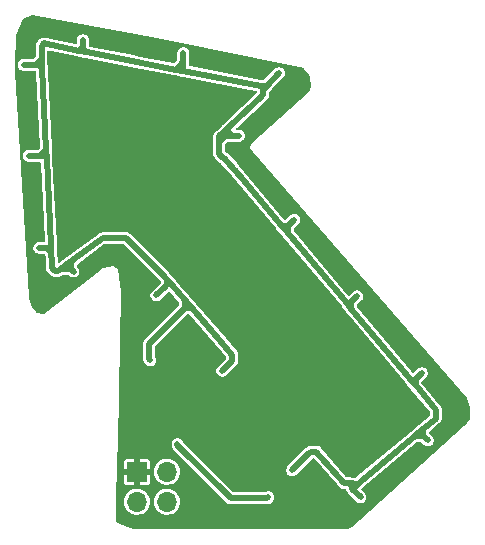
<source format=gbr>
%TF.GenerationSoftware,KiCad,Pcbnew,8.0.5*%
%TF.CreationDate,2024-10-10T15:52:27-04:00*%
%TF.ProjectId,MovieMarqueeSAO,4d6f7669-654d-4617-9271-75656553414f,rev?*%
%TF.SameCoordinates,Original*%
%TF.FileFunction,Copper,L2,Bot*%
%TF.FilePolarity,Positive*%
%FSLAX46Y46*%
G04 Gerber Fmt 4.6, Leading zero omitted, Abs format (unit mm)*
G04 Created by KiCad (PCBNEW 8.0.5) date 2024-10-10 15:52:27*
%MOMM*%
%LPD*%
G01*
G04 APERTURE LIST*
%TA.AperFunction,ComponentPad*%
%ADD10O,1.700000X1.700000*%
%TD*%
%TA.AperFunction,ComponentPad*%
%ADD11R,1.700000X1.700000*%
%TD*%
%TA.AperFunction,ViaPad*%
%ADD12C,0.350000*%
%TD*%
%TA.AperFunction,Conductor*%
%ADD13C,0.500000*%
%TD*%
G04 APERTURE END LIST*
D10*
%TO.P,J1,4,Pin_4*%
%TO.N,unconnected-(J1-Pin_4-Pad4)*%
X139800000Y-116700000D03*
%TO.P,J1,3,Pin_3*%
%TO.N,GND*%
X137260000Y-116700000D03*
%TO.P,J1,2,Pin_2*%
%TO.N,unconnected-(J1-Pin_2-Pad2)*%
X139800000Y-114160000D03*
D11*
%TO.P,J1,1,Pin_1*%
%TO.N,+3.3V*%
X137260000Y-114160000D03*
%TD*%
D12*
%TO.N,LEDp_out*%
X138400000Y-104700000D03*
%TO.N,Net-(Q1-B)*%
X140700000Y-111800000D03*
X148400000Y-116300000D03*
%TO.N,+3.3V*%
X148000000Y-115600000D03*
X141800000Y-106700000D03*
X136300000Y-108100000D03*
%TO.N,LEDp_out*%
X149300000Y-80400000D03*
X161400000Y-105800000D03*
X161900000Y-111500000D03*
X156200000Y-116300000D03*
X150400000Y-114000000D03*
X144500000Y-105600000D03*
X138900000Y-99200000D03*
X131900000Y-97200000D03*
X129000000Y-95200000D03*
X128100000Y-87400000D03*
X127700000Y-79700000D03*
X132700000Y-77600000D03*
X141200000Y-78700000D03*
X145900000Y-85700000D03*
X150600000Y-92800000D03*
X155900000Y-99300000D03*
%TO.N,+3.3V*%
X141700000Y-102400000D03*
X147400000Y-109000000D03*
X153100000Y-115600000D03*
X159100000Y-114600000D03*
X164700000Y-109100000D03*
X159200000Y-102200000D03*
X153700000Y-95700000D03*
X148000000Y-89300000D03*
X149200000Y-83300000D03*
X145700000Y-79700000D03*
X137000000Y-77900000D03*
X128400000Y-75900000D03*
X127900000Y-83400000D03*
X128300000Y-91200000D03*
X128700000Y-99400000D03*
X135900000Y-95600000D03*
%TD*%
D13*
%TO.N,LEDp_out*%
X129628521Y-95200000D02*
X129000000Y-95200000D01*
X132700000Y-78202508D02*
X132700000Y-77600000D01*
X161000000Y-106200000D02*
X161400000Y-105800000D01*
X150200000Y-93200000D02*
X150600000Y-92800000D01*
X155414779Y-99885221D02*
X155414779Y-99785221D01*
X155414779Y-99785221D02*
X155900000Y-99300000D01*
X161088850Y-110888850D02*
X160816978Y-111116978D01*
X160816978Y-111116978D02*
X156007148Y-115152903D01*
X161500000Y-111100000D02*
X160833956Y-111100000D01*
X160833956Y-111100000D02*
X160816978Y-111116978D01*
X161500000Y-111100000D02*
X161500000Y-110547690D01*
X161500000Y-110547690D02*
X161523845Y-110523845D01*
X161900000Y-111500000D02*
X161500000Y-111100000D01*
X161500000Y-111100000D02*
X161300000Y-111100000D01*
X155500000Y-115600000D02*
X156200000Y-116300000D01*
X141100000Y-100500000D02*
X141302445Y-100297555D01*
X138300000Y-103300000D02*
X141100000Y-100500000D01*
X144446116Y-103213935D02*
X141906993Y-100293007D01*
X141906993Y-100293007D02*
X141302445Y-99597555D01*
X141100000Y-100500000D02*
X141306993Y-100293007D01*
X141306993Y-100293007D02*
X141906993Y-100293007D01*
X141302445Y-99597555D02*
X140232861Y-98367139D01*
X138400000Y-104700000D02*
X138300000Y-104600000D01*
X138300000Y-104600000D02*
X138300000Y-103300000D01*
X141302445Y-100297555D02*
X141302445Y-99597555D01*
X134369929Y-94390122D02*
X131949016Y-96149016D01*
X131949016Y-96149016D02*
X131369824Y-96569824D01*
X131669824Y-96969824D02*
X131669824Y-96428208D01*
X131669824Y-96428208D02*
X131949016Y-96149016D01*
X131369824Y-96969824D02*
X131669824Y-96969824D01*
X131669824Y-96969824D02*
X131900000Y-97200000D01*
X148243453Y-81526476D02*
X148243453Y-81456547D01*
X148243453Y-81456547D02*
X149300000Y-80400000D01*
%TO.N,Net-(Q1-B)*%
X140700000Y-111900000D02*
X145200000Y-116400000D01*
X140700000Y-111800000D02*
X140700000Y-111900000D01*
X145200000Y-116400000D02*
X148300000Y-116400000D01*
X148300000Y-116400000D02*
X148400000Y-116300000D01*
%TO.N,LEDp_out*%
X150400000Y-114000000D02*
X151750000Y-112650000D01*
X151750000Y-112650000D02*
X151963324Y-112436676D01*
X154769929Y-115090122D02*
X152463324Y-112436676D01*
X151963324Y-112436676D02*
X152463324Y-112436676D01*
X149767839Y-93632161D02*
X150041592Y-93958408D01*
X150041592Y-93958408D02*
X155014779Y-99885221D01*
X150200000Y-93200000D02*
X150041592Y-93358408D01*
X150041592Y-93358408D02*
X150041592Y-93958408D01*
X150200000Y-93200000D02*
X149767839Y-93632161D01*
X145571386Y-88631024D02*
X149448460Y-93251540D01*
X149448460Y-93251540D02*
X149767839Y-93632161D01*
X150200000Y-93200000D02*
X150050000Y-93350000D01*
X150050000Y-93350000D02*
X149546920Y-93350000D01*
X149546920Y-93350000D02*
X149448460Y-93251540D01*
X145300000Y-85700000D02*
X145000000Y-85700000D01*
X145300000Y-85700000D02*
X145000000Y-85400000D01*
X145900000Y-85700000D02*
X145300000Y-85700000D01*
X144813151Y-85213151D02*
X145175373Y-84875373D01*
X145175373Y-84875373D02*
X147891114Y-82342904D01*
X145000000Y-85400000D02*
X145000000Y-85050746D01*
X145000000Y-85050746D02*
X145175373Y-84875373D01*
X144700000Y-85700000D02*
X144287342Y-85700000D01*
X145000000Y-85700000D02*
X144700000Y-85700000D01*
X144235836Y-87256029D02*
X144235836Y-86200000D01*
X144235836Y-86200000D02*
X144235836Y-85751506D01*
X144700000Y-85700000D02*
X144700000Y-85735836D01*
X144700000Y-85735836D02*
X144235836Y-86200000D01*
X144235836Y-85751506D02*
X144813151Y-85213151D01*
X145000000Y-85700000D02*
X145000000Y-85400000D01*
X145000000Y-85400000D02*
X144813151Y-85213151D01*
X144287342Y-85700000D02*
X144235836Y-85751506D01*
X148243453Y-81526476D02*
X147806283Y-81526476D01*
X147806283Y-81526476D02*
X147769929Y-81490122D01*
X148243453Y-81526476D02*
X147969929Y-81800000D01*
X147969929Y-81800000D02*
X147969929Y-82253767D01*
X147769929Y-81490122D02*
X141200000Y-80213056D01*
X141200000Y-80213056D02*
X140600000Y-80096428D01*
X141200000Y-78700000D02*
X141200000Y-80213056D01*
X140600000Y-80096428D02*
X136873868Y-79372141D01*
X141200000Y-78700000D02*
X141200000Y-79496428D01*
X141200000Y-79496428D02*
X140600000Y-80096428D01*
X136873868Y-79372141D02*
X133000000Y-78619136D01*
X133000000Y-78619136D02*
X132400000Y-78502508D01*
X132700000Y-78319136D02*
X133000000Y-78619136D01*
X132400000Y-78502508D02*
X130114425Y-78058236D01*
X132700000Y-78202508D02*
X132400000Y-78502508D01*
X129572573Y-86900000D02*
X129210960Y-80000000D01*
X129210960Y-80000000D02*
X129189606Y-79592547D01*
X128689606Y-79700000D02*
X128744803Y-79644803D01*
X128744803Y-79644803D02*
X128855763Y-79644803D01*
X128855763Y-79644803D02*
X129210960Y-80000000D01*
X129189606Y-79592547D02*
X129189606Y-79200000D01*
X129189606Y-79200000D02*
X129189606Y-78070445D01*
X127700000Y-79700000D02*
X128689606Y-79700000D01*
X128689606Y-79700000D02*
X129189606Y-79200000D01*
X129997076Y-95000000D02*
X129609258Y-87600000D01*
X129609258Y-87600000D02*
X129572573Y-86900000D01*
X129072573Y-87400000D02*
X129409258Y-87400000D01*
X129409258Y-87400000D02*
X129609258Y-87600000D01*
X128100000Y-87400000D02*
X129072573Y-87400000D01*
X129072573Y-87400000D02*
X129572573Y-86900000D01*
X130069929Y-96390122D02*
X130028521Y-95600000D01*
X130028521Y-95600000D02*
X129997076Y-95000000D01*
X129628521Y-95200000D02*
X130028521Y-95600000D01*
X129797076Y-95200000D02*
X129997076Y-95000000D01*
X131369824Y-96569824D02*
X130906470Y-96906470D01*
X130906470Y-96906470D02*
X130594323Y-97133259D01*
X131369824Y-96969824D02*
X130969824Y-96969824D01*
X130969824Y-96969824D02*
X130906470Y-96906470D01*
X131369824Y-96969824D02*
X131369824Y-96569824D01*
X138900000Y-99200000D02*
X139600000Y-98500000D01*
X140232861Y-98367139D02*
X139814328Y-97885672D01*
X139600000Y-98500000D02*
X139814328Y-98285672D01*
X139814328Y-98285672D02*
X140151394Y-98285672D01*
X140151394Y-98285672D02*
X140232861Y-98367139D01*
X139814328Y-97885672D02*
X139553884Y-97586065D01*
X139814328Y-98285672D02*
X139814328Y-97885672D01*
X144500000Y-105600000D02*
X145100000Y-105000000D01*
X145348263Y-104251737D02*
X144818145Y-103641906D01*
X145100000Y-105000000D02*
X145348263Y-104751737D01*
X145348263Y-104751737D02*
X145348263Y-104251737D01*
X155500000Y-115600000D02*
X155560051Y-115600000D01*
X155560051Y-115600000D02*
X156007148Y-115152903D01*
X155500000Y-115600000D02*
X155500000Y-115141174D01*
X155500000Y-115141174D02*
X155200000Y-115120196D01*
X155200000Y-115120196D02*
X154769929Y-115090122D01*
X155500000Y-115600000D02*
X155500000Y-115420196D01*
X155500000Y-115420196D02*
X155200000Y-115120196D01*
X155667736Y-115152903D02*
X155500000Y-115141174D01*
X161300000Y-111100000D02*
X161088850Y-110888850D01*
X161523845Y-110523845D02*
X161088850Y-110888850D01*
X162575265Y-109641600D02*
X161523845Y-110523845D01*
X161000000Y-106200000D02*
X160789847Y-106410153D01*
X160489847Y-106410153D02*
X160854851Y-106845149D01*
X160854851Y-106845149D02*
X162575265Y-108895458D01*
X161000000Y-106200000D02*
X160854851Y-106345149D01*
X160854851Y-106345149D02*
X160854851Y-106845149D01*
X155425409Y-100374591D02*
X160489847Y-106410153D01*
X160789847Y-106410153D02*
X160489847Y-106410153D01*
X155014779Y-99885221D02*
X155425409Y-100374591D01*
X155414779Y-99885221D02*
X155414779Y-100363961D01*
X155414779Y-100363961D02*
X155425409Y-100374591D01*
X155414779Y-99885221D02*
X155014779Y-99885221D01*
X144818145Y-103641906D02*
X144446116Y-103213935D01*
X139169929Y-97190122D02*
X138869929Y-96890122D01*
X138869929Y-96890122D02*
X136369929Y-94390122D01*
X139553884Y-97574077D02*
X139169929Y-97190122D01*
X129189606Y-78070445D02*
X129369929Y-77890122D01*
X129369929Y-77890122D02*
X129602482Y-77939552D01*
X130069929Y-96890122D02*
X130069929Y-96390122D01*
X130313066Y-97133259D02*
X130069929Y-96890122D01*
X130594323Y-97133259D02*
X130313066Y-97133259D01*
X136369929Y-94390122D02*
X134369929Y-94390122D01*
X156007148Y-115152903D02*
X155667736Y-115152903D01*
X162575265Y-108895458D02*
X162575265Y-109641600D01*
X129587032Y-77935132D02*
X130152825Y-78045111D01*
X144557199Y-87577392D02*
X144235836Y-87256029D01*
X145889495Y-89002852D02*
X144650362Y-87577392D01*
X147769929Y-81490122D02*
X147810893Y-81531086D01*
%TD*%
%TA.AperFunction,Conductor*%
%TO.N,+3.3V*%
G36*
X138998918Y-77399806D02*
G01*
X139001068Y-77400224D01*
X151369841Y-79993676D01*
X151415746Y-80022185D01*
X151417899Y-80025059D01*
X151826377Y-80596928D01*
X151888375Y-80683725D01*
X151902480Y-80719844D01*
X151998169Y-81485358D01*
X151996420Y-81514317D01*
X151905853Y-81876585D01*
X151882060Y-81916145D01*
X146900001Y-86399998D01*
X146900000Y-86399999D01*
X146800000Y-86700000D01*
X147100006Y-87100008D01*
X147100006Y-87100009D01*
X165190633Y-107889236D01*
X165205008Y-107913356D01*
X165487667Y-108667113D01*
X165494970Y-108686586D01*
X165500000Y-108714325D01*
X165500000Y-109671398D01*
X165481689Y-109721973D01*
X165003702Y-110295556D01*
X164995690Y-110303855D01*
X156170123Y-118200414D01*
X156169088Y-118201324D01*
X156096445Y-118264074D01*
X156095801Y-118264624D01*
X155838539Y-118482079D01*
X155837505Y-118482938D01*
X155618802Y-118661510D01*
X155617169Y-118662808D01*
X155435858Y-118803037D01*
X155433277Y-118804951D01*
X155303189Y-118897359D01*
X155292769Y-118903614D01*
X155116680Y-118991660D01*
X155081350Y-119000000D01*
X137012820Y-119000000D01*
X136987838Y-118995946D01*
X136401389Y-118800463D01*
X136398632Y-118799487D01*
X135629047Y-118510892D01*
X135587990Y-118475756D01*
X135586126Y-118472252D01*
X135508725Y-118317450D01*
X135500402Y-118280491D01*
X135500729Y-118264624D01*
X135532989Y-116700000D01*
X136154785Y-116700000D01*
X136173602Y-116903081D01*
X136173604Y-116903089D01*
X136229417Y-117099249D01*
X136320324Y-117281816D01*
X136320327Y-117281821D01*
X136443233Y-117444576D01*
X136443235Y-117444578D01*
X136443236Y-117444579D01*
X136593959Y-117581981D01*
X136729647Y-117665995D01*
X136767361Y-117689347D01*
X136767365Y-117689349D01*
X136957541Y-117763023D01*
X136957544Y-117763024D01*
X137158024Y-117800500D01*
X137361975Y-117800500D01*
X137361976Y-117800500D01*
X137562456Y-117763024D01*
X137752637Y-117689348D01*
X137926041Y-117581981D01*
X138076764Y-117444579D01*
X138199673Y-117281821D01*
X138290582Y-117099250D01*
X138346397Y-116903083D01*
X138365215Y-116700000D01*
X138694785Y-116700000D01*
X138713602Y-116903081D01*
X138713604Y-116903089D01*
X138769417Y-117099249D01*
X138860324Y-117281816D01*
X138860327Y-117281821D01*
X138983233Y-117444576D01*
X138983235Y-117444578D01*
X138983236Y-117444579D01*
X139133959Y-117581981D01*
X139269647Y-117665995D01*
X139307361Y-117689347D01*
X139307365Y-117689349D01*
X139497541Y-117763023D01*
X139497544Y-117763024D01*
X139698024Y-117800500D01*
X139901975Y-117800500D01*
X139901976Y-117800500D01*
X140102456Y-117763024D01*
X140292637Y-117689348D01*
X140466041Y-117581981D01*
X140616764Y-117444579D01*
X140739673Y-117281821D01*
X140830582Y-117099250D01*
X140886397Y-116903083D01*
X140905215Y-116700000D01*
X140886397Y-116496917D01*
X140830582Y-116300750D01*
X140739673Y-116118179D01*
X140698703Y-116063926D01*
X140616766Y-115955423D01*
X140563993Y-115907314D01*
X140466041Y-115818019D01*
X140390610Y-115771314D01*
X140292638Y-115710652D01*
X140292634Y-115710650D01*
X140102458Y-115636976D01*
X139901976Y-115599500D01*
X139698024Y-115599500D01*
X139497541Y-115636976D01*
X139307365Y-115710650D01*
X139307361Y-115710652D01*
X139133962Y-115818017D01*
X139133955Y-115818022D01*
X138983233Y-115955423D01*
X138860327Y-116118178D01*
X138860324Y-116118183D01*
X138769417Y-116300750D01*
X138713604Y-116496910D01*
X138713602Y-116496918D01*
X138694785Y-116700000D01*
X138365215Y-116700000D01*
X138346397Y-116496917D01*
X138290582Y-116300750D01*
X138199673Y-116118179D01*
X138158703Y-116063926D01*
X138076766Y-115955423D01*
X138023993Y-115907314D01*
X137926041Y-115818019D01*
X137850610Y-115771314D01*
X137752638Y-115710652D01*
X137752634Y-115710650D01*
X137562458Y-115636976D01*
X137361976Y-115599500D01*
X137158024Y-115599500D01*
X136957541Y-115636976D01*
X136767365Y-115710650D01*
X136767361Y-115710652D01*
X136593962Y-115818017D01*
X136593955Y-115818022D01*
X136443233Y-115955423D01*
X136320327Y-116118178D01*
X136320324Y-116118183D01*
X136229417Y-116300750D01*
X136173604Y-116496910D01*
X136173602Y-116496918D01*
X136154785Y-116700000D01*
X135532989Y-116700000D01*
X135603394Y-113285376D01*
X136160000Y-113285376D01*
X136160000Y-113910000D01*
X136826988Y-113910000D01*
X136794075Y-113967007D01*
X136760000Y-114094174D01*
X136760000Y-114225826D01*
X136794075Y-114352993D01*
X136826988Y-114410000D01*
X136160000Y-114410000D01*
X136160000Y-115034623D01*
X136174504Y-115107545D01*
X136174505Y-115107546D01*
X136229759Y-115190240D01*
X136312453Y-115245494D01*
X136312454Y-115245495D01*
X136385376Y-115260000D01*
X137010000Y-115260000D01*
X137010000Y-114593012D01*
X137067007Y-114625925D01*
X137194174Y-114660000D01*
X137325826Y-114660000D01*
X137452993Y-114625925D01*
X137510000Y-114593012D01*
X137510000Y-115260000D01*
X138134624Y-115260000D01*
X138207545Y-115245495D01*
X138207546Y-115245494D01*
X138290240Y-115190240D01*
X138345494Y-115107546D01*
X138345495Y-115107545D01*
X138360000Y-115034623D01*
X138360000Y-114410000D01*
X137693012Y-114410000D01*
X137725925Y-114352993D01*
X137760000Y-114225826D01*
X137760000Y-114160000D01*
X138694785Y-114160000D01*
X138713602Y-114363081D01*
X138713604Y-114363089D01*
X138769417Y-114559249D01*
X138860324Y-114741816D01*
X138860327Y-114741821D01*
X138983233Y-114904576D01*
X138983235Y-114904578D01*
X138983236Y-114904579D01*
X139133959Y-115041981D01*
X139269647Y-115125995D01*
X139307361Y-115149347D01*
X139307365Y-115149349D01*
X139412918Y-115190240D01*
X139497544Y-115223024D01*
X139698024Y-115260500D01*
X139901975Y-115260500D01*
X139901976Y-115260500D01*
X140102456Y-115223024D01*
X140292637Y-115149348D01*
X140466041Y-115041981D01*
X140616764Y-114904579D01*
X140739673Y-114741821D01*
X140830582Y-114559250D01*
X140886397Y-114363083D01*
X140905215Y-114160000D01*
X140886397Y-113956917D01*
X140830582Y-113760750D01*
X140739673Y-113578179D01*
X140616764Y-113415421D01*
X140466041Y-113278019D01*
X140360148Y-113212453D01*
X140292638Y-113170652D01*
X140292634Y-113170650D01*
X140102458Y-113096976D01*
X139901976Y-113059500D01*
X139698024Y-113059500D01*
X139497541Y-113096976D01*
X139307365Y-113170650D01*
X139307361Y-113170652D01*
X139133962Y-113278017D01*
X139133955Y-113278022D01*
X138983233Y-113415423D01*
X138860327Y-113578178D01*
X138860324Y-113578183D01*
X138769417Y-113760750D01*
X138713604Y-113956910D01*
X138713602Y-113956918D01*
X138694785Y-114160000D01*
X137760000Y-114160000D01*
X137760000Y-114094174D01*
X137725925Y-113967007D01*
X137693012Y-113910000D01*
X138360000Y-113910000D01*
X138360000Y-113285376D01*
X138345495Y-113212454D01*
X138345494Y-113212453D01*
X138290240Y-113129759D01*
X138207546Y-113074505D01*
X138207545Y-113074504D01*
X138134624Y-113060000D01*
X137510000Y-113060000D01*
X137510000Y-113726988D01*
X137452993Y-113694075D01*
X137325826Y-113660000D01*
X137194174Y-113660000D01*
X137067007Y-113694075D01*
X137010000Y-113726988D01*
X137010000Y-113060000D01*
X136385376Y-113060000D01*
X136312454Y-113074504D01*
X136312453Y-113074505D01*
X136229759Y-113129759D01*
X136174505Y-113212453D01*
X136174504Y-113212454D01*
X136160000Y-113285376D01*
X135603394Y-113285376D01*
X135635379Y-111734105D01*
X140199500Y-111734105D01*
X140199500Y-111965894D01*
X140233607Y-112093183D01*
X140233608Y-112093187D01*
X140299501Y-112207316D01*
X144799500Y-116707314D01*
X144892686Y-116800500D01*
X145006814Y-116866392D01*
X145134108Y-116900500D01*
X145134110Y-116900500D01*
X148365890Y-116900500D01*
X148365892Y-116900500D01*
X148493186Y-116866392D01*
X148607314Y-116800500D01*
X148800499Y-116607315D01*
X148866392Y-116493186D01*
X148900500Y-116365893D01*
X148900500Y-116234108D01*
X148866392Y-116106814D01*
X148800499Y-115992686D01*
X148800498Y-115992684D01*
X148707315Y-115899501D01*
X148593187Y-115833608D01*
X148593183Y-115833607D01*
X148465894Y-115799500D01*
X148465892Y-115799500D01*
X148334107Y-115799500D01*
X148334106Y-115799500D01*
X148206814Y-115833607D01*
X148206812Y-115833608D01*
X148111019Y-115888916D01*
X148071519Y-115899500D01*
X145440036Y-115899500D01*
X145389256Y-115881018D01*
X145384175Y-115876361D01*
X141200306Y-111692492D01*
X141179860Y-111657079D01*
X141166392Y-111606814D01*
X141100500Y-111492686D01*
X141100499Y-111492685D01*
X141100498Y-111492683D01*
X141007316Y-111399501D01*
X140893187Y-111333608D01*
X140893183Y-111333607D01*
X140765894Y-111299500D01*
X140765892Y-111299500D01*
X140634108Y-111299500D01*
X140634105Y-111299500D01*
X140506816Y-111333607D01*
X140506812Y-111333608D01*
X140392683Y-111399501D01*
X140299501Y-111492683D01*
X140233608Y-111606812D01*
X140233607Y-111606816D01*
X140199500Y-111734105D01*
X135635379Y-111734105D01*
X135900000Y-98900000D01*
X135700000Y-97000000D01*
X135699999Y-96999999D01*
X135200000Y-96700000D01*
X135199999Y-96700000D01*
X134400003Y-96899999D01*
X134400002Y-96899999D01*
X134400000Y-96900000D01*
X133468913Y-97626248D01*
X129427354Y-100778663D01*
X129375946Y-100795321D01*
X129365778Y-100794296D01*
X128829817Y-100704969D01*
X128782767Y-100678390D01*
X128781116Y-100676395D01*
X128752243Y-100640304D01*
X128407859Y-100209824D01*
X128395581Y-100188218D01*
X128104135Y-99411028D01*
X128099261Y-99388245D01*
X128097856Y-99365890D01*
X126900234Y-80303739D01*
X126900121Y-80296242D01*
X126921480Y-79634105D01*
X127199500Y-79634105D01*
X127199500Y-79765894D01*
X127233607Y-79893183D01*
X127233608Y-79893187D01*
X127299501Y-80007316D01*
X127392683Y-80100498D01*
X127392685Y-80100499D01*
X127392686Y-80100500D01*
X127506814Y-80166392D01*
X127634108Y-80200500D01*
X128623714Y-80200500D01*
X128645312Y-80200500D01*
X128696092Y-80218982D01*
X128723112Y-80265782D01*
X128724203Y-80275357D01*
X128976506Y-85089585D01*
X129059255Y-86668536D01*
X129043455Y-86720214D01*
X129036225Y-86728532D01*
X128888398Y-86876361D01*
X128839422Y-86899199D01*
X128832536Y-86899500D01*
X128034105Y-86899500D01*
X127906816Y-86933607D01*
X127906812Y-86933608D01*
X127792683Y-86999501D01*
X127699501Y-87092683D01*
X127633608Y-87206812D01*
X127633607Y-87206816D01*
X127599500Y-87334105D01*
X127599500Y-87465894D01*
X127633607Y-87593183D01*
X127633608Y-87593187D01*
X127699501Y-87707316D01*
X127792683Y-87800498D01*
X127792685Y-87800499D01*
X127792686Y-87800500D01*
X127906814Y-87866392D01*
X128034108Y-87900500D01*
X129006681Y-87900500D01*
X129048851Y-87900500D01*
X129099631Y-87918982D01*
X129126651Y-87965782D01*
X129127742Y-87975357D01*
X129384045Y-92865893D01*
X129475783Y-94616365D01*
X129459983Y-94668043D01*
X129414662Y-94697475D01*
X129396891Y-94699500D01*
X128934105Y-94699500D01*
X128806816Y-94733607D01*
X128806812Y-94733608D01*
X128692683Y-94799501D01*
X128599501Y-94892683D01*
X128533608Y-95006812D01*
X128533607Y-95006816D01*
X128499500Y-95134105D01*
X128499500Y-95265894D01*
X128533607Y-95393183D01*
X128533608Y-95393187D01*
X128599501Y-95507316D01*
X128692683Y-95600498D01*
X128692685Y-95600499D01*
X128692686Y-95600500D01*
X128806814Y-95666392D01*
X128934108Y-95700500D01*
X129388485Y-95700500D01*
X129439265Y-95718982D01*
X129444346Y-95723639D01*
X129517317Y-95796610D01*
X129540155Y-95845586D01*
X129540348Y-95848336D01*
X129569321Y-96401173D01*
X129569429Y-96405308D01*
X129569429Y-96956016D01*
X129603536Y-97083305D01*
X129603537Y-97083309D01*
X129639142Y-97144978D01*
X129669429Y-97197436D01*
X129912566Y-97440573D01*
X130005752Y-97533759D01*
X130119880Y-97599651D01*
X130247174Y-97633759D01*
X130548717Y-97633759D01*
X130561075Y-97634732D01*
X130562980Y-97635033D01*
X130581110Y-97637905D01*
X130614038Y-97634444D01*
X130616438Y-97634192D01*
X130624695Y-97633759D01*
X130660214Y-97633759D01*
X130660215Y-97633759D01*
X130679810Y-97628508D01*
X130691983Y-97626251D01*
X130712172Y-97624130D01*
X130745343Y-97611396D01*
X130753185Y-97608847D01*
X130787509Y-97599651D01*
X130805076Y-97589507D01*
X130816249Y-97584176D01*
X130835203Y-97576902D01*
X130863948Y-97556016D01*
X130870879Y-97551517D01*
X130880294Y-97546081D01*
X130901637Y-97533759D01*
X130915982Y-97519412D01*
X130925405Y-97511365D01*
X130930610Y-97507584D01*
X130950046Y-97493463D01*
X130961129Y-97485411D01*
X131007563Y-97470324D01*
X131303932Y-97470324D01*
X131429788Y-97470324D01*
X131480568Y-97488806D01*
X131485638Y-97493452D01*
X131592686Y-97600500D01*
X131706814Y-97666392D01*
X131834108Y-97700500D01*
X131834110Y-97700500D01*
X131965890Y-97700500D01*
X131965892Y-97700500D01*
X132093186Y-97666392D01*
X132207314Y-97600500D01*
X132300500Y-97507314D01*
X132366392Y-97393186D01*
X132400500Y-97265892D01*
X132400500Y-97134108D01*
X132366392Y-97006814D01*
X132300500Y-96892686D01*
X132300499Y-96892685D01*
X132300498Y-96892683D01*
X132193463Y-96785648D01*
X132170625Y-96736672D01*
X132170324Y-96729787D01*
X132170324Y-96668244D01*
X132188806Y-96617464D01*
X132193453Y-96612392D01*
X132270681Y-96535163D01*
X132280094Y-96527124D01*
X134511784Y-94905709D01*
X134558219Y-94890622D01*
X136129893Y-94890622D01*
X136180673Y-94909104D01*
X136185754Y-94913761D01*
X139119991Y-97847998D01*
X139129241Y-97860924D01*
X139130067Y-97860378D01*
X139132921Y-97864691D01*
X139268081Y-98020175D01*
X139287447Y-98070625D01*
X139269853Y-98121720D01*
X139264320Y-98127865D01*
X138499501Y-98892683D01*
X138433608Y-99006812D01*
X138433607Y-99006816D01*
X138399500Y-99134105D01*
X138399500Y-99265894D01*
X138433607Y-99393183D01*
X138433608Y-99393187D01*
X138499501Y-99507316D01*
X138592683Y-99600498D01*
X138592685Y-99600499D01*
X138592686Y-99600500D01*
X138706814Y-99666392D01*
X138834108Y-99700500D01*
X138834110Y-99700500D01*
X138965890Y-99700500D01*
X138965892Y-99700500D01*
X139093186Y-99666392D01*
X139207314Y-99600500D01*
X139914828Y-98892984D01*
X139963802Y-98870148D01*
X140015999Y-98884134D01*
X140030309Y-98897018D01*
X140782567Y-99762392D01*
X140801933Y-99812842D01*
X140801945Y-99814221D01*
X140801945Y-100057519D01*
X140783463Y-100108299D01*
X140778806Y-100113380D01*
X137992686Y-102899500D01*
X137946093Y-102946093D01*
X137899500Y-102992685D01*
X137833608Y-103106812D01*
X137833607Y-103106816D01*
X137799500Y-103234105D01*
X137799500Y-104665894D01*
X137833607Y-104793183D01*
X137833608Y-104793187D01*
X137899501Y-104907316D01*
X138092682Y-105100497D01*
X138092684Y-105100498D01*
X138092685Y-105100499D01*
X138206814Y-105166392D01*
X138334107Y-105200500D01*
X138334109Y-105200500D01*
X138465890Y-105200500D01*
X138465892Y-105200500D01*
X138593186Y-105166392D01*
X138707314Y-105100499D01*
X138800499Y-105007314D01*
X138866392Y-104893186D01*
X138900500Y-104765892D01*
X138900500Y-104634107D01*
X138866392Y-104506814D01*
X138866391Y-104506812D01*
X138811084Y-104411017D01*
X138800500Y-104371517D01*
X138800500Y-103540036D01*
X138818982Y-103489256D01*
X138823639Y-103484175D01*
X141491169Y-100816646D01*
X141540145Y-100793808D01*
X141547030Y-100793507D01*
X141642899Y-100793507D01*
X141693679Y-100811989D01*
X141702521Y-100820678D01*
X143860786Y-103303479D01*
X144067487Y-103541261D01*
X144442886Y-103973109D01*
X144697713Y-104266254D01*
X144828385Y-104416574D01*
X144847751Y-104467024D01*
X144847763Y-104468403D01*
X144847763Y-104511701D01*
X144829281Y-104562481D01*
X144824624Y-104567562D01*
X144792686Y-104599500D01*
X144099501Y-105292683D01*
X144033608Y-105406812D01*
X144033607Y-105406816D01*
X143999500Y-105534105D01*
X143999500Y-105665894D01*
X144033607Y-105793183D01*
X144033608Y-105793187D01*
X144099501Y-105907316D01*
X144192683Y-106000498D01*
X144192685Y-106000499D01*
X144192686Y-106000500D01*
X144306814Y-106066392D01*
X144434108Y-106100500D01*
X144434110Y-106100500D01*
X144565890Y-106100500D01*
X144565892Y-106100500D01*
X144693186Y-106066392D01*
X144807314Y-106000500D01*
X145500500Y-105307314D01*
X145748763Y-105059051D01*
X145814655Y-104944923D01*
X145848763Y-104817629D01*
X145848763Y-104685844D01*
X145848763Y-104271975D01*
X145848955Y-104266464D01*
X145848970Y-104266254D01*
X145852140Y-104220918D01*
X145850214Y-104211008D01*
X145848763Y-104195935D01*
X145848763Y-104185846D01*
X145848763Y-104185845D01*
X145836946Y-104141744D01*
X145835705Y-104136369D01*
X145826995Y-104091555D01*
X145825087Y-104087644D01*
X145822569Y-104082483D01*
X145817266Y-104068299D01*
X145814655Y-104058551D01*
X145791824Y-104019006D01*
X145789238Y-104014144D01*
X145769224Y-103973109D01*
X145769221Y-103973105D01*
X145762601Y-103965489D01*
X145753811Y-103953166D01*
X145748763Y-103944423D01*
X145716469Y-103912129D01*
X145712722Y-103908111D01*
X145239107Y-103363279D01*
X145239107Y-103363278D01*
X144780619Y-102835848D01*
X144780618Y-102835847D01*
X144780616Y-102835845D01*
X144780616Y-102835844D01*
X142327954Y-100014379D01*
X142327954Y-100014378D01*
X142324897Y-100010862D01*
X142321328Y-100006755D01*
X142312539Y-99994432D01*
X142310047Y-99990117D01*
X142307493Y-99985693D01*
X142275204Y-99953404D01*
X142271457Y-99949386D01*
X141716781Y-99311306D01*
X141707991Y-99298981D01*
X141702945Y-99290241D01*
X141702944Y-99290240D01*
X141702943Y-99290238D01*
X141670668Y-99257963D01*
X141666909Y-99253933D01*
X141649672Y-99234105D01*
X141636948Y-99219468D01*
X141636947Y-99219467D01*
X140940925Y-98418784D01*
X140647199Y-98080891D01*
X140638406Y-98068563D01*
X140633361Y-98059825D01*
X140601069Y-98027533D01*
X140597323Y-98023516D01*
X140594419Y-98020175D01*
X140567364Y-97989052D01*
X140567363Y-97989051D01*
X140228666Y-97599424D01*
X140219873Y-97587096D01*
X140214828Y-97578358D01*
X140182536Y-97546066D01*
X140178790Y-97542048D01*
X140147927Y-97506545D01*
X140147925Y-97506543D01*
X139988835Y-97323530D01*
X139980042Y-97311204D01*
X139954381Y-97266759D01*
X139477243Y-96789622D01*
X139177243Y-96489622D01*
X136677245Y-93989623D01*
X136563116Y-93923730D01*
X136563112Y-93923729D01*
X136435823Y-93889622D01*
X136435821Y-93889622D01*
X134415536Y-93889622D01*
X134403178Y-93888649D01*
X134383144Y-93885476D01*
X134347816Y-93889189D01*
X134339559Y-93889622D01*
X134304037Y-93889622D01*
X134304036Y-93889622D01*
X134304029Y-93889623D01*
X134284439Y-93894871D01*
X134272259Y-93897129D01*
X134252081Y-93899250D01*
X134218914Y-93911981D01*
X134211055Y-93914534D01*
X134176746Y-93923728D01*
X134159171Y-93933874D01*
X134147992Y-93939206D01*
X134129051Y-93946478D01*
X134129046Y-93946480D01*
X134100309Y-93967358D01*
X134093380Y-93971858D01*
X134062616Y-93989621D01*
X134062615Y-93989621D01*
X134048266Y-94003969D01*
X134038844Y-94012015D01*
X131679399Y-95726250D01*
X131672466Y-95730753D01*
X131641700Y-95748516D01*
X131627352Y-95762864D01*
X131617996Y-95770862D01*
X131617275Y-95771387D01*
X131617208Y-95771436D01*
X131128947Y-96126179D01*
X131128945Y-96126181D01*
X131100204Y-96147061D01*
X131093273Y-96151562D01*
X131062508Y-96169324D01*
X131048161Y-96183671D01*
X131038738Y-96191718D01*
X130695964Y-96440758D01*
X130644018Y-96455654D01*
X130594651Y-96433674D01*
X130570962Y-96385104D01*
X130570637Y-96380972D01*
X130570537Y-96379060D01*
X130570429Y-96374934D01*
X130570429Y-96324230D01*
X130570428Y-96324226D01*
X130569140Y-96319418D01*
X130566555Y-96303103D01*
X130560526Y-96188063D01*
X130529129Y-95588946D01*
X130529021Y-95584812D01*
X130529021Y-95534107D01*
X130529020Y-95534103D01*
X130527732Y-95529295D01*
X130525147Y-95512977D01*
X130524121Y-95493388D01*
X130524119Y-95493384D01*
X130497684Y-94988944D01*
X130497576Y-94984810D01*
X130497576Y-94934107D01*
X130497575Y-94934103D01*
X130496287Y-94929295D01*
X130493702Y-94912977D01*
X130493442Y-94908004D01*
X130493441Y-94908003D01*
X130493321Y-94905710D01*
X130492676Y-94893389D01*
X130492674Y-94893385D01*
X130109866Y-87588945D01*
X130109758Y-87584810D01*
X130109758Y-87534108D01*
X130108469Y-87529299D01*
X130105884Y-87512969D01*
X130105624Y-87508004D01*
X130073181Y-86888946D01*
X130073073Y-86884812D01*
X130073073Y-86834107D01*
X130073072Y-86834103D01*
X130071784Y-86829295D01*
X130069199Y-86812977D01*
X130068173Y-86793389D01*
X130068171Y-86793385D01*
X129727867Y-80299958D01*
X129711568Y-79988945D01*
X129711460Y-79984810D01*
X129711460Y-79934107D01*
X129711459Y-79934105D01*
X129710170Y-79929292D01*
X129707586Y-79912982D01*
X129707326Y-79908004D01*
X129707325Y-79908002D01*
X129690214Y-79581506D01*
X129690106Y-79577372D01*
X129690106Y-78560870D01*
X129708588Y-78510090D01*
X129755388Y-78483070D01*
X129784179Y-78483320D01*
X129873848Y-78500750D01*
X129893403Y-78507294D01*
X129954243Y-78536968D01*
X132232115Y-78979741D01*
X132232121Y-78979743D01*
X132239817Y-78981239D01*
X132239819Y-78981240D01*
X132284664Y-78989957D01*
X132289985Y-78991185D01*
X132334108Y-79003008D01*
X132344197Y-79003008D01*
X132359271Y-79004459D01*
X132834539Y-79096841D01*
X132834556Y-79096845D01*
X132884632Y-79106578D01*
X132890007Y-79107819D01*
X132905602Y-79111997D01*
X132934107Y-79119636D01*
X132944197Y-79119636D01*
X132959270Y-79121086D01*
X136713685Y-79850872D01*
X136713687Y-79850873D01*
X140439817Y-80575159D01*
X140439819Y-80575160D01*
X140484664Y-80583877D01*
X140489985Y-80585105D01*
X140534108Y-80596928D01*
X140544197Y-80596928D01*
X140559270Y-80598378D01*
X141039817Y-80691787D01*
X141039819Y-80691788D01*
X141069966Y-80697647D01*
X141084643Y-80700501D01*
X141090010Y-80701739D01*
X141134108Y-80713556D01*
X141144197Y-80713556D01*
X141159270Y-80715006D01*
X146819214Y-81815189D01*
X147405503Y-81929152D01*
X147451824Y-81956985D01*
X147469429Y-82006701D01*
X147469429Y-82017432D01*
X147450947Y-82068212D01*
X147444307Y-82075209D01*
X144882319Y-84464302D01*
X144868718Y-84474366D01*
X144868058Y-84474872D01*
X144828616Y-84514314D01*
X144826634Y-84516227D01*
X144790025Y-84550365D01*
X144789990Y-84550400D01*
X144520096Y-84802080D01*
X144506446Y-84812183D01*
X144505834Y-84812653D01*
X144466399Y-84852087D01*
X144464417Y-84854001D01*
X144004074Y-85283278D01*
X143989702Y-85293913D01*
X143980031Y-85299497D01*
X143980027Y-85299500D01*
X143980027Y-85299501D01*
X143928522Y-85351006D01*
X143928521Y-85351007D01*
X143889080Y-85390446D01*
X143887100Y-85392358D01*
X143846306Y-85430400D01*
X143845758Y-85431066D01*
X143835836Y-85443539D01*
X143835337Y-85444190D01*
X143807450Y-85492489D01*
X143806032Y-85494849D01*
X143776469Y-85542161D01*
X143776135Y-85542894D01*
X143769739Y-85557604D01*
X143769445Y-85558316D01*
X143755008Y-85612192D01*
X143754249Y-85614840D01*
X143737938Y-85668191D01*
X143737804Y-85668993D01*
X143735445Y-85684786D01*
X143735336Y-85685617D01*
X143735336Y-85741376D01*
X143735288Y-85744133D01*
X143733340Y-85799890D01*
X143733422Y-85800741D01*
X143735336Y-85817533D01*
X143735336Y-87321923D01*
X143769443Y-87449212D01*
X143769444Y-87449216D01*
X143835337Y-87563345D01*
X144249882Y-87977890D01*
X144249884Y-87977891D01*
X144249885Y-87977892D01*
X144364013Y-88043784D01*
X144377976Y-88047525D01*
X144417151Y-88072003D01*
X144768318Y-88475974D01*
X145332537Y-89125034D01*
X145333432Y-89126083D01*
X149022700Y-93522779D01*
X149022701Y-93522781D01*
X149032467Y-93534420D01*
X149040365Y-93545699D01*
X149047960Y-93558854D01*
X149076670Y-93587564D01*
X149081305Y-93592622D01*
X149338597Y-93899250D01*
X149351840Y-93915032D01*
X149359736Y-93926309D01*
X149367336Y-93939472D01*
X149367338Y-93939474D01*
X149367339Y-93939475D01*
X149396050Y-93968186D01*
X149400685Y-93973244D01*
X149414428Y-93989622D01*
X149612852Y-94226095D01*
X149612851Y-94226095D01*
X149612852Y-94226096D01*
X149625598Y-94241286D01*
X149633492Y-94252559D01*
X149641092Y-94265722D01*
X149669796Y-94294426D01*
X149674443Y-94299497D01*
X154589018Y-100156459D01*
X154589019Y-100156460D01*
X154589020Y-100156461D01*
X154589021Y-100156463D01*
X154598786Y-100168101D01*
X154606684Y-100179380D01*
X154614279Y-100192535D01*
X154642983Y-100221239D01*
X154647630Y-100226310D01*
X154995011Y-100640304D01*
X155002907Y-100651580D01*
X155014280Y-100671276D01*
X155053603Y-100710599D01*
X155058260Y-100715680D01*
X155195313Y-100879013D01*
X159983359Y-106585185D01*
X160073854Y-106693032D01*
X160081751Y-106704311D01*
X160089347Y-106717467D01*
X160118053Y-106746173D01*
X160122688Y-106751231D01*
X160148796Y-106782345D01*
X160148797Y-106782345D01*
X160154005Y-106788552D01*
X160154009Y-106788557D01*
X160426111Y-107112836D01*
X160426110Y-107112836D01*
X160426111Y-107112837D01*
X160438857Y-107128027D01*
X160446751Y-107139300D01*
X160454351Y-107152463D01*
X160483061Y-107181173D01*
X160487707Y-107186244D01*
X162056282Y-109055597D01*
X162074765Y-109106376D01*
X162074765Y-109371374D01*
X162056283Y-109422154D01*
X162046545Y-109431892D01*
X161240965Y-110107851D01*
X161229689Y-110115746D01*
X161216533Y-110123342D01*
X161216529Y-110123345D01*
X161192689Y-110147186D01*
X161192678Y-110147198D01*
X161187814Y-110152060D01*
X161182748Y-110156701D01*
X161166919Y-110169985D01*
X161166915Y-110169989D01*
X160805971Y-110472855D01*
X160794698Y-110480749D01*
X160781535Y-110488349D01*
X160781535Y-110488350D01*
X160752826Y-110517058D01*
X160747746Y-110521712D01*
X160561516Y-110677978D01*
X160550237Y-110685876D01*
X160526643Y-110699497D01*
X160480961Y-110745179D01*
X160475881Y-110749834D01*
X155847007Y-114633921D01*
X155796227Y-114652403D01*
X155687983Y-114652403D01*
X155682472Y-114652211D01*
X155590572Y-114645784D01*
X155575640Y-114643285D01*
X155565896Y-114640674D01*
X155565892Y-114640674D01*
X155520241Y-114640674D01*
X155514731Y-114640482D01*
X155469181Y-114637297D01*
X155469180Y-114637297D01*
X155290572Y-114624807D01*
X155275637Y-114622307D01*
X155265894Y-114619696D01*
X155265892Y-114619696D01*
X155220240Y-114619696D01*
X155214729Y-114619504D01*
X155169182Y-114616319D01*
X155169181Y-114616319D01*
X155169179Y-114616318D01*
X155044293Y-114607585D01*
X154994926Y-114585604D01*
X154990182Y-114580606D01*
X154890897Y-114466392D01*
X152877662Y-112150428D01*
X152868869Y-112138100D01*
X152863824Y-112129362D01*
X152831532Y-112097070D01*
X152827785Y-112093052D01*
X152797827Y-112058589D01*
X152789456Y-112052942D01*
X152777775Y-112043313D01*
X152770638Y-112036176D01*
X152770637Y-112036175D01*
X152770636Y-112036174D01*
X152731096Y-112013345D01*
X152726422Y-112010425D01*
X152688570Y-111984894D01*
X152679023Y-111981606D01*
X152665254Y-111975331D01*
X152656511Y-111970284D01*
X152656512Y-111970284D01*
X152612402Y-111958465D01*
X152607138Y-111956855D01*
X152596170Y-111953079D01*
X152563972Y-111941992D01*
X152563964Y-111941991D01*
X152553901Y-111941287D01*
X152538976Y-111938790D01*
X152529219Y-111936176D01*
X152529216Y-111936176D01*
X152483563Y-111936176D01*
X152478053Y-111935984D01*
X152459171Y-111934663D01*
X152432505Y-111932799D01*
X152432504Y-111932799D01*
X152422597Y-111934725D01*
X152407523Y-111936176D01*
X151897429Y-111936176D01*
X151770140Y-111970283D01*
X151770136Y-111970284D01*
X151656009Y-112036176D01*
X151562824Y-112129362D01*
X151349500Y-112342686D01*
X151349498Y-112342688D01*
X149999501Y-113692683D01*
X149933608Y-113806812D01*
X149933607Y-113806816D01*
X149899500Y-113934105D01*
X149899500Y-114065894D01*
X149933607Y-114193183D01*
X149933608Y-114193187D01*
X149999501Y-114307316D01*
X150092683Y-114400498D01*
X150092685Y-114400499D01*
X150092686Y-114400500D01*
X150206814Y-114466392D01*
X150334108Y-114500500D01*
X150334110Y-114500500D01*
X150465890Y-114500500D01*
X150465892Y-114500500D01*
X150593186Y-114466392D01*
X150707314Y-114400500D01*
X152050810Y-113057001D01*
X152050815Y-113056998D01*
X152057312Y-113050500D01*
X152057314Y-113050500D01*
X152145291Y-112962522D01*
X152194264Y-112939686D01*
X152246462Y-112953672D01*
X152260772Y-112966556D01*
X154222289Y-115223023D01*
X154348967Y-115368749D01*
X154435426Y-115468209D01*
X154544679Y-115541902D01*
X154669284Y-115584806D01*
X154927452Y-115602858D01*
X154976818Y-115624838D01*
X154998248Y-115661220D01*
X155033607Y-115793183D01*
X155033608Y-115793187D01*
X155099501Y-115907316D01*
X155892682Y-116700497D01*
X155892684Y-116700498D01*
X155892685Y-116700499D01*
X156006814Y-116766392D01*
X156134107Y-116800500D01*
X156134109Y-116800500D01*
X156265890Y-116800500D01*
X156265892Y-116800500D01*
X156393185Y-116766392D01*
X156507314Y-116700499D01*
X156600499Y-116607314D01*
X156666392Y-116493185D01*
X156700500Y-116365892D01*
X156700500Y-116234107D01*
X156666392Y-116106814D01*
X156600499Y-115992685D01*
X156600498Y-115992684D01*
X156600497Y-115992682D01*
X156293700Y-115685885D01*
X156270862Y-115636909D01*
X156284848Y-115584711D01*
X156293694Y-115574169D01*
X156343167Y-115524696D01*
X156348224Y-115520061D01*
X160997353Y-111618982D01*
X161048133Y-111600500D01*
X161234107Y-111600500D01*
X161234108Y-111600500D01*
X161259964Y-111600500D01*
X161310744Y-111618982D01*
X161315814Y-111623628D01*
X161592685Y-111900499D01*
X161706814Y-111966392D01*
X161834107Y-112000500D01*
X161834109Y-112000500D01*
X161965890Y-112000500D01*
X161965892Y-112000500D01*
X162093186Y-111966392D01*
X162207314Y-111900499D01*
X162300499Y-111807314D01*
X162366392Y-111693186D01*
X162400500Y-111565892D01*
X162400500Y-111434107D01*
X162366392Y-111306814D01*
X162300499Y-111192685D01*
X162300498Y-111192684D01*
X162300497Y-111192682D01*
X162023639Y-110915824D01*
X162000801Y-110866848D01*
X162000500Y-110859963D01*
X162000500Y-110814078D01*
X162018982Y-110763298D01*
X162028716Y-110753563D01*
X162858142Y-110057593D01*
X162869419Y-110049696D01*
X162882579Y-110042100D01*
X162911296Y-110013381D01*
X162916341Y-110008758D01*
X162947456Y-109982651D01*
X162956169Y-109970205D01*
X162965017Y-109959661D01*
X162975765Y-109948914D01*
X162996069Y-109913744D01*
X162999768Y-109907940D01*
X163023042Y-109874703D01*
X163023041Y-109874703D01*
X163023045Y-109874699D01*
X163028241Y-109860420D01*
X163034060Y-109847944D01*
X163035431Y-109845567D01*
X163041657Y-109834786D01*
X163052164Y-109795568D01*
X163054229Y-109789018D01*
X163068118Y-109750863D01*
X163069442Y-109735715D01*
X163071833Y-109722164D01*
X163075765Y-109707492D01*
X163075765Y-109666904D01*
X163076066Y-109660017D01*
X163079604Y-109619584D01*
X163079603Y-109619582D01*
X163079604Y-109619580D01*
X163076965Y-109604612D01*
X163075765Y-109590895D01*
X163075765Y-108920762D01*
X163076066Y-108913875D01*
X163079604Y-108873442D01*
X163079603Y-108873440D01*
X163079604Y-108873438D01*
X163076965Y-108858470D01*
X163075765Y-108844753D01*
X163075765Y-108829567D01*
X163075765Y-108829566D01*
X163065261Y-108790365D01*
X163063769Y-108783635D01*
X163056720Y-108743658D01*
X163056720Y-108743656D01*
X163050293Y-108729873D01*
X163045589Y-108716948D01*
X163041657Y-108702272D01*
X163021358Y-108667113D01*
X163018180Y-108661010D01*
X163001025Y-108624219D01*
X162991258Y-108612579D01*
X162983357Y-108601295D01*
X162975765Y-108588144D01*
X162967896Y-108580275D01*
X162947058Y-108559437D01*
X162942412Y-108554367D01*
X161373833Y-106685006D01*
X161355351Y-106634226D01*
X161355351Y-106585185D01*
X161373833Y-106534405D01*
X161378490Y-106529324D01*
X161400500Y-106507314D01*
X161800499Y-106107315D01*
X161866392Y-105993186D01*
X161900500Y-105865893D01*
X161900500Y-105734108D01*
X161866392Y-105606814D01*
X161842819Y-105565984D01*
X161800498Y-105492684D01*
X161707315Y-105399501D01*
X161593187Y-105333608D01*
X161593183Y-105333607D01*
X161465894Y-105299500D01*
X161465892Y-105299500D01*
X161334107Y-105299500D01*
X161334106Y-105299500D01*
X161206814Y-105333607D01*
X161206812Y-105333608D01*
X161092682Y-105399502D01*
X160720000Y-105772185D01*
X160671024Y-105795023D01*
X160618826Y-105781037D01*
X160603621Y-105767104D01*
X160469123Y-105606816D01*
X159098280Y-103973108D01*
X155933761Y-100201780D01*
X155915279Y-100151000D01*
X155915279Y-100025257D01*
X155933761Y-99974477D01*
X155938407Y-99969406D01*
X156300500Y-99607314D01*
X156366392Y-99493186D01*
X156400500Y-99365893D01*
X156400500Y-99234108D01*
X156366392Y-99106814D01*
X156300500Y-98992686D01*
X156300499Y-98992685D01*
X156300498Y-98992683D01*
X156207316Y-98899501D01*
X156093187Y-98833608D01*
X156093183Y-98833607D01*
X155965894Y-98799500D01*
X155965892Y-98799500D01*
X155834107Y-98799500D01*
X155834106Y-98799500D01*
X155706814Y-98833607D01*
X155706812Y-98833608D01*
X155592685Y-98899500D01*
X155244931Y-99247253D01*
X155195955Y-99270090D01*
X155143757Y-99256104D01*
X155128554Y-99242173D01*
X152995418Y-96700000D01*
X150560574Y-93798265D01*
X150542092Y-93747485D01*
X150542092Y-93598444D01*
X150560574Y-93547664D01*
X150565231Y-93542583D01*
X150600500Y-93507314D01*
X151000499Y-93107315D01*
X151066392Y-92993186D01*
X151100500Y-92865893D01*
X151100500Y-92734108D01*
X151066392Y-92606814D01*
X151000499Y-92492686D01*
X151000498Y-92492684D01*
X150907315Y-92399501D01*
X150793187Y-92333608D01*
X150793183Y-92333607D01*
X150665894Y-92299500D01*
X150665892Y-92299500D01*
X150534107Y-92299500D01*
X150534106Y-92299500D01*
X150406814Y-92333607D01*
X150406812Y-92333608D01*
X150292684Y-92399501D01*
X150092685Y-92599500D01*
X149892686Y-92799500D01*
X149865825Y-92826361D01*
X149816849Y-92849199D01*
X149809964Y-92849500D01*
X149801304Y-92849500D01*
X149750524Y-92831018D01*
X149740787Y-92821280D01*
X146327114Y-88753025D01*
X146316627Y-88736877D01*
X146310456Y-88724224D01*
X146094656Y-88475974D01*
X146093761Y-88474925D01*
X145912442Y-88258838D01*
X145912436Y-88258832D01*
X145903672Y-88252696D01*
X145889363Y-88239812D01*
X145718958Y-88043783D01*
X144984865Y-87199305D01*
X144875611Y-87125612D01*
X144801252Y-87100008D01*
X144797718Y-87098791D01*
X144767577Y-87079956D01*
X144759475Y-87071854D01*
X144736637Y-87022878D01*
X144736336Y-87015993D01*
X144736336Y-86440036D01*
X144754818Y-86389256D01*
X144759475Y-86384175D01*
X144920011Y-86223639D01*
X144968987Y-86200801D01*
X144975872Y-86200500D01*
X145965890Y-86200500D01*
X145965892Y-86200500D01*
X146093186Y-86166392D01*
X146207314Y-86100500D01*
X146300500Y-86007314D01*
X146366392Y-85893186D01*
X146400500Y-85765892D01*
X146400500Y-85634108D01*
X146366392Y-85506814D01*
X146358121Y-85492489D01*
X146300498Y-85392683D01*
X146207316Y-85299501D01*
X146093187Y-85233608D01*
X146093183Y-85233607D01*
X145965894Y-85199500D01*
X145965892Y-85199500D01*
X145762216Y-85199500D01*
X145711436Y-85181018D01*
X145684416Y-85134218D01*
X145693800Y-85081000D01*
X145708338Y-85062723D01*
X145933172Y-84853062D01*
X148280645Y-82664008D01*
X148280647Y-82664005D01*
X148280648Y-82664004D01*
X148297767Y-82636606D01*
X148308898Y-82622610D01*
X148370429Y-82561081D01*
X148436321Y-82446953D01*
X148470429Y-82319659D01*
X148470429Y-82040036D01*
X148488911Y-81989256D01*
X148493557Y-81984185D01*
X148643952Y-81833791D01*
X148651068Y-81821467D01*
X148709845Y-81719662D01*
X148712306Y-81710475D01*
X148732750Y-81675062D01*
X149700500Y-80707314D01*
X149766392Y-80593186D01*
X149800500Y-80465893D01*
X149800500Y-80334108D01*
X149766392Y-80206814D01*
X149760939Y-80197370D01*
X149731953Y-80147164D01*
X149700500Y-80092686D01*
X149700499Y-80092685D01*
X149700498Y-80092683D01*
X149607316Y-79999501D01*
X149493187Y-79933608D01*
X149493183Y-79933607D01*
X149365894Y-79899500D01*
X149365892Y-79899500D01*
X149234107Y-79899500D01*
X149234106Y-79899500D01*
X149106814Y-79933607D01*
X149106812Y-79933608D01*
X148992683Y-79999501D01*
X148002248Y-80989936D01*
X147953272Y-81012774D01*
X147931313Y-81011623D01*
X147885286Y-81002676D01*
X147879935Y-81001441D01*
X147835821Y-80989622D01*
X147835818Y-80989622D01*
X147825733Y-80989622D01*
X147810659Y-80988171D01*
X141764426Y-79812900D01*
X141718105Y-79785067D01*
X141700500Y-79735351D01*
X141700500Y-78634110D01*
X141700499Y-78634105D01*
X141680876Y-78560870D01*
X141666392Y-78506814D01*
X141600500Y-78392686D01*
X141600499Y-78392685D01*
X141600498Y-78392683D01*
X141507316Y-78299501D01*
X141393187Y-78233608D01*
X141393183Y-78233607D01*
X141265894Y-78199500D01*
X141265892Y-78199500D01*
X141134108Y-78199500D01*
X141134105Y-78199500D01*
X141006816Y-78233607D01*
X141006812Y-78233608D01*
X140892683Y-78299501D01*
X140799501Y-78392683D01*
X140733608Y-78506812D01*
X140733607Y-78506816D01*
X140699500Y-78634105D01*
X140699500Y-79256390D01*
X140681018Y-79307170D01*
X140676361Y-79312251D01*
X140463970Y-79524642D01*
X140414994Y-79547480D01*
X140393035Y-79546330D01*
X137544785Y-78992686D01*
X137034050Y-78893409D01*
X137030325Y-78892685D01*
X137030320Y-78892683D01*
X133269414Y-78161637D01*
X133228627Y-78139949D01*
X133223639Y-78134961D01*
X133200801Y-78085985D01*
X133200500Y-78079100D01*
X133200500Y-77534110D01*
X133200499Y-77534105D01*
X133166392Y-77406814D01*
X133164353Y-77403283D01*
X133100498Y-77292683D01*
X133007316Y-77199501D01*
X132893187Y-77133608D01*
X132893183Y-77133607D01*
X132765894Y-77099500D01*
X132765892Y-77099500D01*
X132634108Y-77099500D01*
X132634105Y-77099500D01*
X132506816Y-77133607D01*
X132506812Y-77133608D01*
X132392683Y-77199501D01*
X132299501Y-77292683D01*
X132233608Y-77406812D01*
X132233607Y-77406816D01*
X132199500Y-77534105D01*
X132199500Y-77857831D01*
X132181018Y-77908611D01*
X132134218Y-77935631D01*
X132105426Y-77935380D01*
X130393401Y-77602595D01*
X130373844Y-77596051D01*
X130313006Y-77566379D01*
X129624983Y-77432640D01*
X129623633Y-77432365D01*
X129488825Y-77403712D01*
X129484803Y-77402746D01*
X129435823Y-77389622D01*
X129435821Y-77389622D01*
X129430837Y-77389622D01*
X129414414Y-77387896D01*
X129413411Y-77387683D01*
X129409535Y-77386859D01*
X129409534Y-77386859D01*
X129358875Y-77389514D01*
X129354740Y-77389622D01*
X129304031Y-77389622D01*
X129299219Y-77390912D01*
X129282918Y-77393494D01*
X129277936Y-77393755D01*
X129277929Y-77393756D01*
X129229682Y-77409432D01*
X129225720Y-77410606D01*
X129176741Y-77423730D01*
X129172418Y-77426226D01*
X129157350Y-77432935D01*
X129152600Y-77434479D01*
X129152598Y-77434479D01*
X129110056Y-77462106D01*
X129106533Y-77464265D01*
X129062613Y-77489623D01*
X129059089Y-77493148D01*
X129046264Y-77503534D01*
X129042075Y-77506254D01*
X129042073Y-77506256D01*
X129008119Y-77543964D01*
X129005273Y-77546962D01*
X128871180Y-77681055D01*
X128871178Y-77681058D01*
X128789107Y-77763128D01*
X128723214Y-77877257D01*
X128723213Y-77877261D01*
X128689106Y-78004550D01*
X128689106Y-78959964D01*
X128670624Y-79010744D01*
X128665967Y-79015825D01*
X128505431Y-79176361D01*
X128456455Y-79199199D01*
X128449570Y-79199500D01*
X127634105Y-79199500D01*
X127506816Y-79233607D01*
X127506812Y-79233608D01*
X127392683Y-79299501D01*
X127299501Y-79392683D01*
X127233608Y-79506812D01*
X127233607Y-79506816D01*
X127199500Y-79634105D01*
X126921480Y-79634105D01*
X126999520Y-77214878D01*
X127005864Y-77186315D01*
X127586713Y-75831002D01*
X127623702Y-75791612D01*
X127631568Y-75788161D01*
X128379683Y-75507618D01*
X128421356Y-75503828D01*
X138998918Y-77399806D01*
G37*
%TD.AperFunction*%
%TD*%
M02*

</source>
